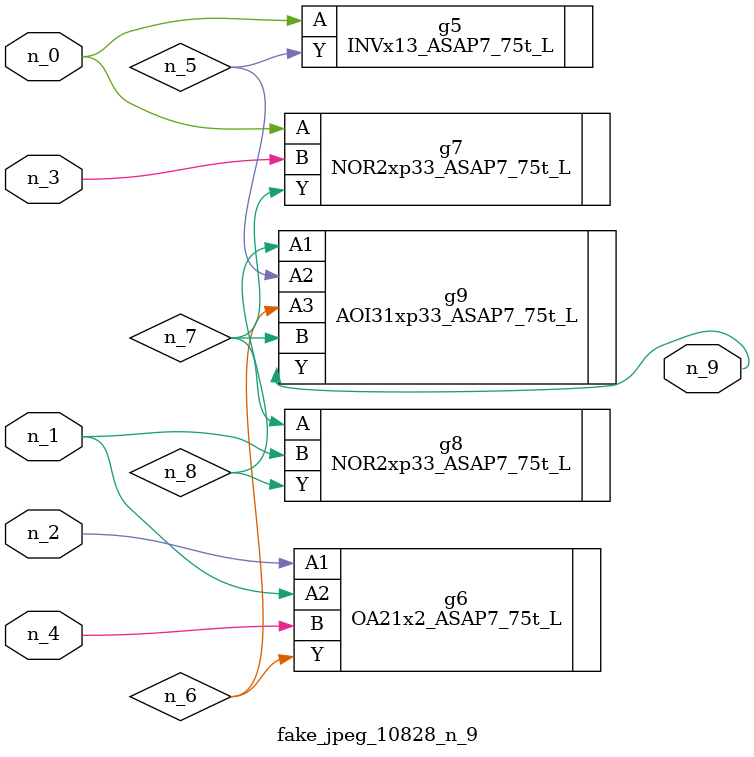
<source format=v>
module fake_jpeg_10828_n_9 (n_3, n_2, n_1, n_0, n_4, n_9);

input n_3;
input n_2;
input n_1;
input n_0;
input n_4;

output n_9;

wire n_8;
wire n_6;
wire n_5;
wire n_7;

INVx13_ASAP7_75t_L g5 ( 
.A(n_0),
.Y(n_5)
);

OA21x2_ASAP7_75t_L g6 ( 
.A1(n_2),
.A2(n_1),
.B(n_4),
.Y(n_6)
);

NOR2xp33_ASAP7_75t_L g7 ( 
.A(n_0),
.B(n_3),
.Y(n_7)
);

NOR2xp33_ASAP7_75t_L g8 ( 
.A(n_7),
.B(n_1),
.Y(n_8)
);

AOI31xp33_ASAP7_75t_L g9 ( 
.A1(n_8),
.A2(n_5),
.A3(n_6),
.B(n_7),
.Y(n_9)
);


endmodule
</source>
